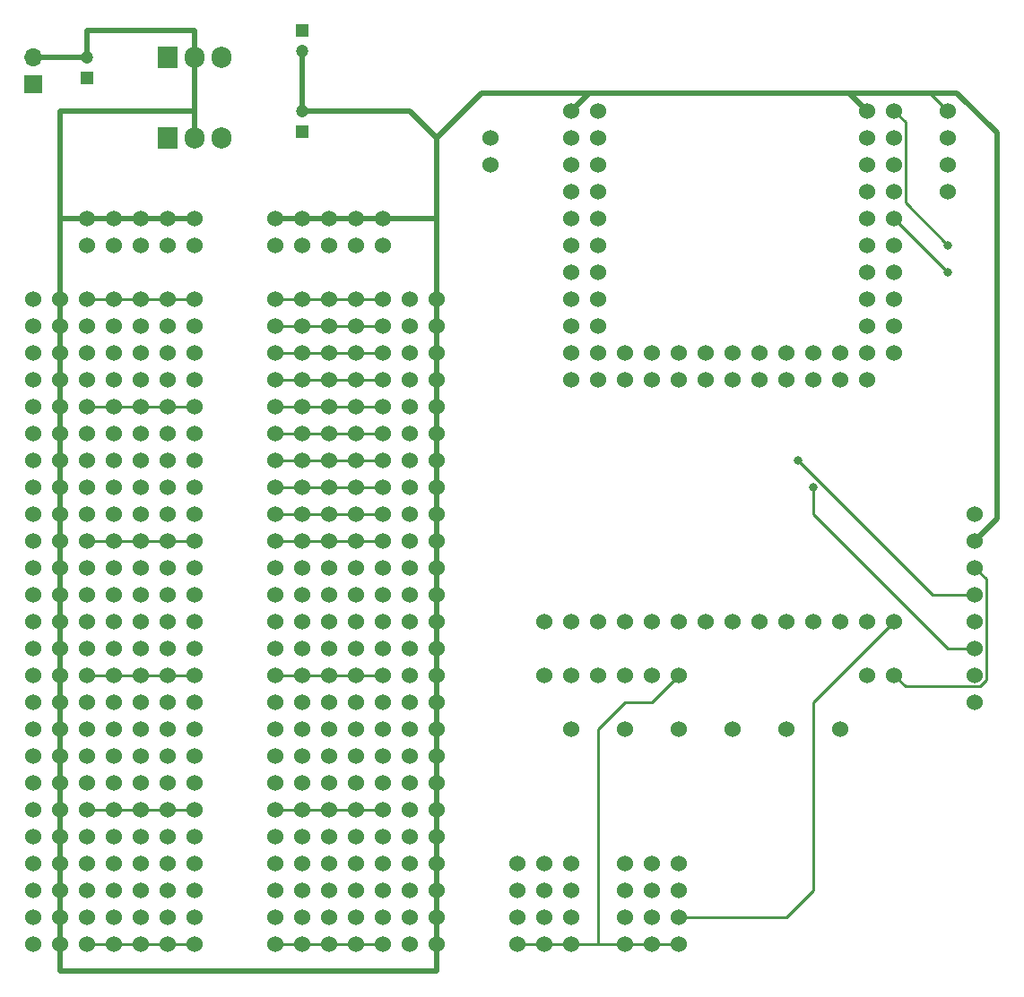
<source format=gbr>
%TF.GenerationSoftware,KiCad,Pcbnew,7.0.10*%
%TF.CreationDate,2024-01-16T02:40:29-05:00*%
%TF.ProjectId,esp32-wroom-adapter,65737033-322d-4777-926f-6f6d2d616461,v1.10*%
%TF.SameCoordinates,Original*%
%TF.FileFunction,Copper,L2,Bot*%
%TF.FilePolarity,Positive*%
%FSLAX46Y46*%
G04 Gerber Fmt 4.6, Leading zero omitted, Abs format (unit mm)*
G04 Created by KiCad (PCBNEW 7.0.10) date 2024-01-16 02:40:29*
%MOMM*%
%LPD*%
G01*
G04 APERTURE LIST*
%TA.AperFunction,ComponentPad*%
%ADD10C,1.524000*%
%TD*%
%TA.AperFunction,ComponentPad*%
%ADD11R,1.905000X2.000000*%
%TD*%
%TA.AperFunction,ComponentPad*%
%ADD12O,1.905000X2.000000*%
%TD*%
%TA.AperFunction,ComponentPad*%
%ADD13R,1.200000X1.200000*%
%TD*%
%TA.AperFunction,ComponentPad*%
%ADD14C,1.200000*%
%TD*%
%TA.AperFunction,ComponentPad*%
%ADD15R,1.700000X1.700000*%
%TD*%
%TA.AperFunction,ComponentPad*%
%ADD16O,1.700000X1.700000*%
%TD*%
%TA.AperFunction,ViaPad*%
%ADD17C,0.800000*%
%TD*%
%TA.AperFunction,Conductor*%
%ADD18C,0.250000*%
%TD*%
%TA.AperFunction,Conductor*%
%ADD19C,0.500000*%
%TD*%
G04 APERTURE END LIST*
D10*
%TO.P,J2,GND,GND*%
%TO.N,GND*%
X190500000Y-124460000D03*
X193040000Y-124460000D03*
X195580000Y-124460000D03*
%TO.P,J2,SCL,SCL*%
%TO.N,Net-(J5-IO22)*%
X190500000Y-132080000D03*
X193040000Y-132080000D03*
X195580000Y-132080000D03*
%TO.P,J2,SDA,SDA*%
%TO.N,Net-(J5-IO21)*%
X190500000Y-129540000D03*
X193040000Y-129540000D03*
X195580000Y-129540000D03*
%TO.P,J2,Vcc,VCC*%
%TO.N,+3V3*%
X190500000Y-127000000D03*
X193040000Y-127000000D03*
X195580000Y-127000000D03*
%TD*%
%TO.P,BRD_25x1,*%
%TO.N,*%
X139700000Y-73660000D03*
X139700000Y-76200000D03*
X139700000Y-78740000D03*
X139700000Y-83820000D03*
X139700000Y-86360000D03*
X139700000Y-88900000D03*
X139700000Y-91440000D03*
X139700000Y-96520000D03*
X139700000Y-99060000D03*
X139700000Y-101600000D03*
X139700000Y-104140000D03*
X139700000Y-109220000D03*
X139700000Y-111760000D03*
X139700000Y-114300000D03*
X139700000Y-116840000D03*
X139700000Y-121920000D03*
X139700000Y-124460000D03*
X139700000Y-127000000D03*
X139700000Y-129540000D03*
X142240000Y-73660000D03*
X142240000Y-76200000D03*
X142240000Y-78740000D03*
X142240000Y-83820000D03*
X142240000Y-86360000D03*
X142240000Y-88900000D03*
X142240000Y-91440000D03*
X142240000Y-96520000D03*
X142240000Y-99060000D03*
X142240000Y-101600000D03*
X142240000Y-104140000D03*
X142240000Y-109220000D03*
X142240000Y-111760000D03*
X142240000Y-114300000D03*
X142240000Y-116840000D03*
X142240000Y-121920000D03*
X142240000Y-124460000D03*
X142240000Y-127000000D03*
X142240000Y-129540000D03*
X144780000Y-73660000D03*
X144780000Y-76200000D03*
X144780000Y-78740000D03*
X144780000Y-83820000D03*
X144780000Y-86360000D03*
X144780000Y-88900000D03*
X144780000Y-91440000D03*
X144780000Y-96520000D03*
X144780000Y-99060000D03*
X144780000Y-101600000D03*
X144780000Y-104140000D03*
X144780000Y-109220000D03*
X144780000Y-111760000D03*
X144780000Y-114300000D03*
X144780000Y-116840000D03*
X144780000Y-121920000D03*
X144780000Y-124460000D03*
X144780000Y-127000000D03*
X144780000Y-129540000D03*
X147320000Y-73660000D03*
X147320000Y-76200000D03*
X147320000Y-78740000D03*
X147320000Y-83820000D03*
X147320000Y-86360000D03*
X147320000Y-88900000D03*
X147320000Y-91440000D03*
X147320000Y-96520000D03*
X147320000Y-99060000D03*
X147320000Y-101600000D03*
X147320000Y-104140000D03*
X147320000Y-109220000D03*
X147320000Y-111760000D03*
X147320000Y-114300000D03*
X147320000Y-116840000D03*
X147320000Y-121920000D03*
X147320000Y-124460000D03*
X147320000Y-127000000D03*
X147320000Y-129540000D03*
X149860000Y-73660000D03*
X149860000Y-76200000D03*
X149860000Y-78740000D03*
X149860000Y-83820000D03*
X149860000Y-86360000D03*
X149860000Y-88900000D03*
X149860000Y-91440000D03*
X149860000Y-96520000D03*
X149860000Y-99060000D03*
X149860000Y-101600000D03*
X149860000Y-104140000D03*
X149860000Y-109220000D03*
X149860000Y-111760000D03*
X149860000Y-114300000D03*
X149860000Y-116840000D03*
X149860000Y-121920000D03*
X149860000Y-124460000D03*
X149860000Y-127000000D03*
X149860000Y-129540000D03*
X157480000Y-96520000D03*
X157480000Y-99060000D03*
X157480000Y-101600000D03*
X157480000Y-104140000D03*
X157480000Y-109220000D03*
X157480000Y-111760000D03*
X157480000Y-114300000D03*
X157480000Y-116840000D03*
X157480000Y-121920000D03*
X157480000Y-124460000D03*
X157480000Y-127000000D03*
X157480000Y-129540000D03*
X160020000Y-96520000D03*
X160020000Y-99060000D03*
X160020000Y-101600000D03*
X160020000Y-104140000D03*
X160020000Y-109220000D03*
X160020000Y-111760000D03*
X160020000Y-114300000D03*
X160020000Y-116840000D03*
X160020000Y-121920000D03*
X160020000Y-124460000D03*
X160020000Y-127000000D03*
X160020000Y-129540000D03*
X162560000Y-96520000D03*
X162560000Y-99060000D03*
X162560000Y-101600000D03*
X162560000Y-104140000D03*
X162560000Y-109220000D03*
X162560000Y-111760000D03*
X162560000Y-114300000D03*
X162560000Y-116840000D03*
X162560000Y-121920000D03*
X162560000Y-124460000D03*
X162560000Y-127000000D03*
X162560000Y-129540000D03*
X165100000Y-96520000D03*
X165100000Y-99060000D03*
X165100000Y-101600000D03*
X165100000Y-104140000D03*
X165100000Y-109220000D03*
X165100000Y-111760000D03*
X165100000Y-114300000D03*
X165100000Y-116840000D03*
X165100000Y-121920000D03*
X165100000Y-124460000D03*
X165100000Y-127000000D03*
X165100000Y-129540000D03*
X167640000Y-96520000D03*
X167640000Y-99060000D03*
X167640000Y-101600000D03*
X167640000Y-104140000D03*
X167640000Y-109220000D03*
X167640000Y-111760000D03*
X167640000Y-114300000D03*
X167640000Y-116840000D03*
X167640000Y-121920000D03*
X167640000Y-124460000D03*
X167640000Y-127000000D03*
X167640000Y-129540000D03*
%TO.P,BRD_25x1,1,P*%
%TO.N,unconnected-(BRD_25x1-P-Pad1)*%
X157480000Y-71120000D03*
X160020000Y-71120000D03*
X162560000Y-71120000D03*
X165100000Y-71120000D03*
X167640000Y-71120000D03*
%TO.P,BRD_25x1,2,P*%
%TO.N,unconnected-(BRD_25x1-P-Pad2)*%
X157480000Y-73660000D03*
X160020000Y-73660000D03*
X162560000Y-73660000D03*
X165100000Y-73660000D03*
X167640000Y-73660000D03*
%TO.P,BRD_25x1,3,P*%
%TO.N,unconnected-(BRD_25x1-P-Pad3)*%
X157480000Y-76200000D03*
X160020000Y-76200000D03*
X162560000Y-76200000D03*
X165100000Y-76200000D03*
X167640000Y-76200000D03*
%TO.P,BRD_25x1,3V3,3V3*%
%TO.N,+3V3*%
X157480000Y-66040000D03*
X160020000Y-66040000D03*
X162560000Y-66040000D03*
X165100000Y-66040000D03*
X167640000Y-66040000D03*
%TO.P,BRD_25x1,4,P*%
%TO.N,unconnected-(BRD_25x1-P-Pad4)*%
X157480000Y-78740000D03*
X160020000Y-78740000D03*
X162560000Y-78740000D03*
X165100000Y-78740000D03*
X167640000Y-78740000D03*
%TO.P,BRD_25x1,5,P*%
%TO.N,unconnected-(BRD_25x1-P-Pad5)*%
X157480000Y-81280000D03*
X160020000Y-81280000D03*
X162560000Y-81280000D03*
X165100000Y-81280000D03*
X167640000Y-81280000D03*
%TO.P,BRD_25x1,5V,5V*%
%TO.N,+5V*%
X139700000Y-66040000D03*
X142240000Y-66040000D03*
X144780000Y-66040000D03*
X147320000Y-66040000D03*
X149860000Y-66040000D03*
%TO.P,BRD_25x1,6,P*%
%TO.N,unconnected-(BRD_25x1-P-Pad6)*%
X157480000Y-83820000D03*
X160020000Y-83820000D03*
X162560000Y-83820000D03*
X165100000Y-83820000D03*
X167640000Y-83820000D03*
%TO.P,BRD_25x1,7,P*%
%TO.N,unconnected-(BRD_25x1-P-Pad7)*%
X157480000Y-86360000D03*
X160020000Y-86360000D03*
X162560000Y-86360000D03*
X165100000Y-86360000D03*
X167640000Y-86360000D03*
%TO.P,BRD_25x1,8,P*%
%TO.N,unconnected-(BRD_25x1-P-Pad8)*%
X157480000Y-88900000D03*
X160020000Y-88900000D03*
X162560000Y-88900000D03*
X165100000Y-88900000D03*
X167640000Y-88900000D03*
%TO.P,BRD_25x1,9,P*%
%TO.N,unconnected-(BRD_25x1-P-Pad9)*%
X157480000Y-91440000D03*
X160020000Y-91440000D03*
X162560000Y-91440000D03*
X165100000Y-91440000D03*
X167640000Y-91440000D03*
%TO.P,BRD_25x1,10,P*%
%TO.N,unconnected-(BRD_25x1-P-Pad10)*%
X157480000Y-93980000D03*
X160020000Y-93980000D03*
X162560000Y-93980000D03*
X165100000Y-93980000D03*
X167640000Y-93980000D03*
%TO.P,BRD_25x1,15,P*%
%TO.N,unconnected-(BRD_25x1-P-Pad15)*%
X157480000Y-106680000D03*
X160020000Y-106680000D03*
X162560000Y-106680000D03*
X165100000Y-106680000D03*
X167640000Y-106680000D03*
%TO.P,BRD_25x1,20,P*%
%TO.N,unconnected-(BRD_25x1-P-Pad20)*%
X157480000Y-119380000D03*
X160020000Y-119380000D03*
X162560000Y-119380000D03*
X165100000Y-119380000D03*
X167640000Y-119380000D03*
%TO.P,BRD_25x1,25,P*%
%TO.N,unconnected-(BRD_25x1-P-Pad25)*%
X157480000Y-132080000D03*
X160020000Y-132080000D03*
X162560000Y-132080000D03*
X165100000Y-132080000D03*
X167640000Y-132080000D03*
%TO.P,BRD_25x1,26,P*%
%TO.N,unconnected-(BRD_25x1-P-Pad26)*%
X139700000Y-71120000D03*
X142240000Y-71120000D03*
X144780000Y-71120000D03*
X147320000Y-71120000D03*
X149860000Y-71120000D03*
%TO.P,BRD_25x1,30,P*%
%TO.N,unconnected-(BRD_25x1-P-Pad30)*%
X139700000Y-81280000D03*
X142240000Y-81280000D03*
X144780000Y-81280000D03*
X147320000Y-81280000D03*
X149860000Y-81280000D03*
%TO.P,BRD_25x1,35,P*%
%TO.N,unconnected-(BRD_25x1-P-Pad35)*%
X139700000Y-93980000D03*
X142240000Y-93980000D03*
X144780000Y-93980000D03*
X147320000Y-93980000D03*
X149860000Y-93980000D03*
%TO.P,BRD_25x1,40,P*%
%TO.N,unconnected-(BRD_25x1-P-Pad40)*%
X139700000Y-106680000D03*
X142240000Y-106680000D03*
X144780000Y-106680000D03*
X147320000Y-106680000D03*
X149860000Y-106680000D03*
%TO.P,BRD_25x1,45,P*%
%TO.N,unconnected-(BRD_25x1-P-Pad45)*%
X139700000Y-119380000D03*
X142240000Y-119380000D03*
X144780000Y-119380000D03*
X147320000Y-119380000D03*
X149860000Y-119380000D03*
%TO.P,BRD_25x1,50,P*%
%TO.N,unconnected-(BRD_25x1-P-Pad50)*%
X139700000Y-132080000D03*
X142240000Y-132080000D03*
X144780000Y-132080000D03*
X147320000Y-132080000D03*
X149860000Y-132080000D03*
%TO.P,BRD_25x1,GND,GND*%
%TO.N,GND*%
X137160000Y-71120000D03*
X137160000Y-73660000D03*
X137160000Y-76200000D03*
X137160000Y-78740000D03*
X137160000Y-81280000D03*
X137160000Y-83820000D03*
X137160000Y-86360000D03*
X137160000Y-88900000D03*
X137160000Y-91440000D03*
X137160000Y-93980000D03*
X137160000Y-96520000D03*
X137160000Y-99060000D03*
X137160000Y-101600000D03*
X137160000Y-104140000D03*
X137160000Y-106680000D03*
X137160000Y-109220000D03*
X137160000Y-111760000D03*
X137160000Y-114300000D03*
X137160000Y-116840000D03*
X137160000Y-119380000D03*
X137160000Y-121920000D03*
X137160000Y-124460000D03*
X137160000Y-127000000D03*
X137160000Y-129540000D03*
X137160000Y-132080000D03*
X139700000Y-63500000D03*
X142240000Y-63500000D03*
X144780000Y-63500000D03*
X147320000Y-63500000D03*
X149860000Y-63500000D03*
X157480000Y-63500000D03*
X160020000Y-63500000D03*
X162560000Y-63500000D03*
X165100000Y-63500000D03*
X167640000Y-63500000D03*
X172720000Y-71120000D03*
X172720000Y-73660000D03*
X172720000Y-76200000D03*
X172720000Y-78740000D03*
X172720000Y-81280000D03*
X172720000Y-83820000D03*
X172720000Y-86360000D03*
X172720000Y-88900000D03*
X172720000Y-91440000D03*
X172720000Y-93980000D03*
X172720000Y-96520000D03*
X172720000Y-99060000D03*
X172720000Y-101600000D03*
X172720000Y-104140000D03*
X172720000Y-106680000D03*
X172720000Y-109220000D03*
X172720000Y-111760000D03*
X172720000Y-114300000D03*
X172720000Y-116840000D03*
X172720000Y-119380000D03*
X172720000Y-121920000D03*
X172720000Y-124460000D03*
X172720000Y-127000000D03*
X172720000Y-129540000D03*
X172720000Y-132080000D03*
%TO.P,BRD_25x1,VCC,Vcc*%
%TO.N,unconnected-(BRD_25x1-Vcc-PadVCC)*%
X134620000Y-71120000D03*
X134620000Y-73660000D03*
X134620000Y-76200000D03*
X134620000Y-78740000D03*
X134620000Y-81280000D03*
X134620000Y-83820000D03*
X134620000Y-86360000D03*
X134620000Y-88900000D03*
X134620000Y-91440000D03*
X134620000Y-93980000D03*
X134620000Y-96520000D03*
X134620000Y-99060000D03*
X134620000Y-101600000D03*
X134620000Y-104140000D03*
X134620000Y-106680000D03*
X134620000Y-109220000D03*
X134620000Y-111760000D03*
X134620000Y-114300000D03*
X134620000Y-116840000D03*
X134620000Y-119380000D03*
X134620000Y-121920000D03*
X134620000Y-124460000D03*
X134620000Y-127000000D03*
X134620000Y-129540000D03*
X134620000Y-132080000D03*
X170180000Y-71120000D03*
X170180000Y-73660000D03*
X170180000Y-76200000D03*
X170180000Y-78740000D03*
X170180000Y-81280000D03*
X170180000Y-83820000D03*
X170180000Y-86360000D03*
X170180000Y-88900000D03*
X170180000Y-91440000D03*
X170180000Y-93980000D03*
X170180000Y-96520000D03*
X170180000Y-99060000D03*
X170180000Y-101600000D03*
X170180000Y-104140000D03*
X170180000Y-106680000D03*
X170180000Y-109220000D03*
X170180000Y-111760000D03*
X170180000Y-114300000D03*
X170180000Y-116840000D03*
X170180000Y-119380000D03*
X170180000Y-121920000D03*
X170180000Y-124460000D03*
X170180000Y-127000000D03*
X170180000Y-129540000D03*
X170180000Y-132080000D03*
%TD*%
D11*
%TO.P,U2,1,VI*%
%TO.N,Net-(J1-Pin_1)*%
X147320000Y-55880000D03*
D12*
%TO.P,U2,2,GND*%
%TO.N,GND*%
X149860000Y-55880000D03*
%TO.P,U2,3,VO*%
%TO.N,+5V*%
X152400000Y-55880000D03*
%TD*%
D10*
%TO.P,J3,GND,GND*%
%TO.N,GND*%
X180340000Y-124460000D03*
X182880000Y-124460000D03*
X185420000Y-124460000D03*
%TO.P,J3,SCL,SCL*%
%TO.N,Net-(J5-IO22)*%
X180340000Y-132080000D03*
X182880000Y-132080000D03*
X185420000Y-132080000D03*
%TO.P,J3,SDA,SDA*%
%TO.N,Net-(J5-IO21)*%
X180340000Y-129540000D03*
X182880000Y-129540000D03*
X185420000Y-129540000D03*
%TO.P,J3,Vcc,VCC*%
%TO.N,+3V3*%
X180340000Y-127000000D03*
X182880000Y-127000000D03*
X185420000Y-127000000D03*
%TD*%
%TO.P,J4,BUSY,BUSY*%
%TO.N,Net-(J5-IO4)*%
X223520000Y-109220000D03*
%TO.P,J4,CLK,CLK*%
%TO.N,Net-(J5-IO18)*%
X223520000Y-99060000D03*
%TO.P,J4,CS,CS*%
%TO.N,Net-(J5-IO5)*%
X223520000Y-101600000D03*
%TO.P,J4,DC,DC*%
%TO.N,Net-(J5-IO17)*%
X223520000Y-104140000D03*
%TO.P,J4,DIN,DIN*%
%TO.N,Net-(J5-IO23)*%
X223520000Y-96520000D03*
%TO.P,J4,GND,GND*%
%TO.N,GND*%
X223520000Y-93980000D03*
%TO.P,J4,RST,RST*%
%TO.N,Net-(J5-IO16)*%
X223520000Y-106680000D03*
%TO.P,J4,Vcc,Vcc*%
%TO.N,+3V3*%
X223520000Y-91440000D03*
%TD*%
%TO.P,J6,3V3,3V3*%
%TO.N,+3V3*%
X220980000Y-55880000D03*
%TO.P,J6,GND,GND*%
%TO.N,GND*%
X220980000Y-53340000D03*
%TO.P,J6,RXD,RXD*%
%TO.N,Net-(U1-RXD0{slash}IO3)*%
X220980000Y-60960000D03*
%TO.P,J6,TXD,TXD*%
%TO.N,Net-(U1-TXD0{slash}IO1)*%
X220980000Y-58420000D03*
%TD*%
D11*
%TO.P,U3,1,VI*%
%TO.N,Net-(J1-Pin_1)*%
X147320000Y-48260000D03*
D12*
%TO.P,U3,2,GND*%
%TO.N,GND*%
X149860000Y-48260000D03*
%TO.P,U3,3,VO*%
%TO.N,+3V3*%
X152400000Y-48260000D03*
%TD*%
D13*
%TO.P,C3,1*%
%TO.N,Net-(J1-Pin_1)*%
X139700000Y-50260000D03*
D14*
%TO.P,C3,2*%
%TO.N,GND*%
X139700000Y-48260000D03*
%TD*%
D13*
%TO.P,C2,1*%
%TO.N,+5V*%
X160020000Y-55340000D03*
D14*
%TO.P,C2,2*%
%TO.N,GND*%
X160020000Y-53340000D03*
%TD*%
D10*
%TO.P,J5,6,IO34*%
%TO.N,Net-(J5-IO34)*%
X195580000Y-101600000D03*
%TO.P,J5,7,IO35*%
%TO.N,Net-(J5-IO35)*%
X182880000Y-106680000D03*
%TO.P,J5,8,IO32*%
%TO.N,Net-(J5-IO32)*%
X193040000Y-101600000D03*
%TO.P,J5,9,IO33*%
%TO.N,Net-(J5-IO33)*%
X185420000Y-101600000D03*
%TO.P,J5,10,IO25*%
%TO.N,Net-(J5-IO25)*%
X190500000Y-106680000D03*
%TO.P,J5,11,IO26*%
%TO.N,Net-(J5-IO26)*%
X182880000Y-101600000D03*
%TO.P,J5,12,IO27*%
%TO.N,Net-(J5-IO27)*%
X190500000Y-101600000D03*
%TO.P,J5,13,IO14*%
%TO.N,Net-(J5-IO14)*%
X185420000Y-106680000D03*
%TO.P,J5,14,IO12*%
%TO.N,Net-(J5-IO12)*%
X187960000Y-101600000D03*
%TO.P,J5,16,IO13*%
%TO.N,Net-(J5-IO13)*%
X187960000Y-106680000D03*
%TO.P,J5,17,SD2*%
%TO.N,Net-(J5-SD2)*%
X195580000Y-111760000D03*
%TO.P,J5,18,SD3*%
%TO.N,Net-(J5-SD3)*%
X200660000Y-111760000D03*
%TO.P,J5,19,CMD*%
%TO.N,Net-(J5-CMD)*%
X205740000Y-111760000D03*
%TO.P,J5,20,CLK*%
%TO.N,Net-(J5-CLK)*%
X210820000Y-111760000D03*
%TO.P,J5,21,SD0*%
%TO.N,Net-(J5-SD0)*%
X185420000Y-111760000D03*
%TO.P,J5,22,SD1*%
%TO.N,Net-(J5-SD1)*%
X190500000Y-111760000D03*
%TO.P,J5,23,IO15*%
%TO.N,Net-(J5-IO15)*%
X193040000Y-106680000D03*
%TO.P,J5,24,IO2*%
%TO.N,Net-(J5-IO2)*%
X213360000Y-106680000D03*
%TO.P,J5,25,IO0*%
%TO.N,Net-(J5-IO0)*%
X210820000Y-101600000D03*
%TO.P,J5,26,IO4*%
%TO.N,Net-(J5-IO4)*%
X203200000Y-101600000D03*
%TO.P,J5,27,IO16*%
%TO.N,Net-(J5-IO16)*%
X208280000Y-101600000D03*
%TO.P,J5,28,IO17*%
%TO.N,Net-(J5-IO17)*%
X200660000Y-101600000D03*
%TO.P,J5,29,IO5*%
%TO.N,Net-(J5-IO5)*%
X205740000Y-101600000D03*
%TO.P,J5,30,IO18*%
%TO.N,Net-(J5-IO18)*%
X198120000Y-101600000D03*
%TO.P,J5,31,IO19*%
%TO.N,Net-(J5-IO19)*%
X213360000Y-101600000D03*
%TO.P,J5,33,IO21*%
%TO.N,Net-(J5-IO21)*%
X215900000Y-101600000D03*
%TO.P,J5,36,IO22*%
%TO.N,Net-(J5-IO22)*%
X195580000Y-106680000D03*
%TO.P,J5,37,IO23*%
%TO.N,Net-(J5-IO23)*%
X215900000Y-106680000D03*
%TD*%
D15*
%TO.P,J1,1,Pin_1*%
%TO.N,Net-(J1-Pin_1)*%
X134620000Y-50800000D03*
D16*
%TO.P,J1,2,Pin_2*%
%TO.N,GND*%
X134620000Y-48260000D03*
%TD*%
D13*
%TO.P,C1,1*%
%TO.N,+3V3*%
X160020000Y-45720000D03*
D14*
%TO.P,C1,2*%
%TO.N,GND*%
X160020000Y-47720000D03*
%TD*%
D10*
%TO.P,J7,4,SENSOR_VP*%
%TO.N,Net-(J7-SENSOR_VP)*%
X177800000Y-55880000D03*
%TO.P,J7,5,SENSOR_VN*%
%TO.N,Net-(J7-SENSOR_VN)*%
X177800000Y-58420000D03*
%TD*%
%TO.P,U1,*%
%TO.N,*%
X185420000Y-71120000D03*
X185420000Y-73660000D03*
X185420000Y-76200000D03*
X185420000Y-78740000D03*
X187960000Y-71120000D03*
X187960000Y-73660000D03*
X187960000Y-76200000D03*
X187960000Y-78740000D03*
X190500000Y-76200000D03*
X193040000Y-76200000D03*
X195580000Y-76200000D03*
X198120000Y-76200000D03*
X200660000Y-76200000D03*
X203200000Y-76200000D03*
X205740000Y-76200000D03*
X208280000Y-76200000D03*
X210820000Y-76200000D03*
X213360000Y-71120000D03*
X213360000Y-73660000D03*
X213360000Y-76200000D03*
X213360000Y-78740000D03*
X215900000Y-71120000D03*
X215900000Y-73660000D03*
X215900000Y-76200000D03*
%TO.P,U1,1,GND*%
%TO.N,GND*%
X185420000Y-53340000D03*
%TO.P,U1,2,VDD*%
%TO.N,+3V3*%
X187960000Y-53340000D03*
%TO.P,U1,3,EN*%
%TO.N,Net-(J5-EN)*%
X185420000Y-55880000D03*
%TO.P,U1,4,SENSOR_VP*%
%TO.N,Net-(J7-SENSOR_VP)*%
X187960000Y-55880000D03*
%TO.P,U1,5,SENSOR_VN*%
%TO.N,Net-(J7-SENSOR_VN)*%
X185420000Y-58420000D03*
%TO.P,U1,6,IO34*%
%TO.N,Net-(J5-IO34)*%
X187960000Y-58420000D03*
%TO.P,U1,7,IO35*%
%TO.N,Net-(J5-IO35)*%
X185420000Y-60960000D03*
%TO.P,U1,8,IO32*%
%TO.N,Net-(J5-IO32)*%
X187960000Y-60960000D03*
%TO.P,U1,9,IO33*%
%TO.N,Net-(J5-IO33)*%
X185420000Y-63500000D03*
%TO.P,U1,10,IO25*%
%TO.N,Net-(J5-IO25)*%
X187960000Y-63500000D03*
%TO.P,U1,11,IO26*%
%TO.N,Net-(J5-IO26)*%
X185420000Y-66040000D03*
%TO.P,U1,12,IO27*%
%TO.N,Net-(J5-IO27)*%
X187960000Y-66040000D03*
%TO.P,U1,13,IO14*%
%TO.N,Net-(J5-IO14)*%
X185420000Y-68580000D03*
%TO.P,U1,14,IO12*%
%TO.N,Net-(J5-IO12)*%
X187960000Y-68580000D03*
%TO.P,U1,25,IO0*%
%TO.N,Net-(J5-IO0)*%
X215900000Y-68580000D03*
%TO.P,U1,26,IO4*%
%TO.N,Net-(J5-IO4)*%
X213360000Y-68580000D03*
%TO.P,U1,27,IO16*%
%TO.N,Net-(J5-IO16)*%
X215900000Y-66040000D03*
%TO.P,U1,28,IO17*%
%TO.N,Net-(J5-IO17)*%
X213360000Y-66040000D03*
%TO.P,U1,29,IO5*%
%TO.N,Net-(J5-IO5)*%
X215900000Y-63500000D03*
%TO.P,U1,30,IO18*%
%TO.N,Net-(J5-IO18)*%
X213360000Y-63500000D03*
%TO.P,U1,31,IO19*%
%TO.N,Net-(J5-IO19)*%
X215900000Y-60960000D03*
%TO.P,U1,32,NC*%
%TO.N,unconnected-(U1-NC-Pad32)*%
X213360000Y-60960000D03*
%TO.P,U1,33,IO21*%
%TO.N,Net-(J5-IO21)*%
X215900000Y-58420000D03*
%TO.P,U1,34,RXD0/IO3*%
%TO.N,Net-(U1-RXD0{slash}IO3)*%
X213360000Y-58420000D03*
%TO.P,U1,35,TXD0/IO1*%
%TO.N,Net-(U1-TXD0{slash}IO1)*%
X215900000Y-55880000D03*
%TO.P,U1,36,IO22*%
%TO.N,Net-(J5-IO22)*%
X213360000Y-55880000D03*
%TO.P,U1,37,IO23*%
%TO.N,Net-(J5-IO23)*%
X215900000Y-53340000D03*
%TO.P,U1,38,GND*%
%TO.N,GND*%
X213360000Y-53340000D03*
%TO.P,U1,41*%
%TO.N,N/C*%
X190500000Y-78740000D03*
X193040000Y-78740000D03*
X195580000Y-78740000D03*
X198120000Y-78740000D03*
X200660000Y-78740000D03*
X203200000Y-78740000D03*
X205740000Y-78740000D03*
X208280000Y-78740000D03*
X210820000Y-78740000D03*
%TD*%
D17*
%TO.N,Net-(J5-IO18)*%
X206827000Y-86360000D03*
%TO.N,Net-(J5-IO5)*%
X220980000Y-68580000D03*
%TO.N,Net-(J5-IO17)*%
X208280000Y-88900000D03*
%TO.N,Net-(J5-IO23)*%
X220980000Y-66040000D03*
%TD*%
D18*
%TO.N,Net-(J5-IO22)*%
X187960000Y-111760000D02*
X187960000Y-132080000D01*
X193040000Y-109220000D02*
X190500000Y-109220000D01*
X195580000Y-106680000D02*
X193040000Y-109220000D01*
X180340000Y-132080000D02*
X187960000Y-132080000D01*
X190500000Y-109220000D02*
X187960000Y-111760000D01*
X187960000Y-132080000D02*
X195580000Y-132080000D01*
%TO.N,Net-(J5-IO21)*%
X215900000Y-101600000D02*
X208280000Y-109220000D01*
X205740000Y-129540000D02*
X195580000Y-129540000D01*
X208280000Y-109220000D02*
X208280000Y-127000000D01*
X208280000Y-127000000D02*
X205740000Y-129540000D01*
%TO.N,Net-(J5-IO18)*%
X219527000Y-99060000D02*
X223520000Y-99060000D01*
X206827000Y-86360000D02*
X219527000Y-99060000D01*
%TO.N,Net-(J5-IO5)*%
X220980000Y-68580000D02*
X215900000Y-63500000D01*
%TO.N,Net-(J5-IO17)*%
X208280000Y-91440000D02*
X220980000Y-104140000D01*
X208280000Y-88900000D02*
X208280000Y-91440000D01*
X220980000Y-104140000D02*
X223520000Y-104140000D01*
%TO.N,Net-(J5-IO23)*%
X215900000Y-106680000D02*
X216987000Y-107767000D01*
X220980000Y-66040000D02*
X216987000Y-62047000D01*
X216987000Y-62047000D02*
X216987000Y-54427000D01*
X223970251Y-107767000D02*
X224607000Y-107130251D01*
X216987000Y-54427000D02*
X215900000Y-53340000D01*
X216987000Y-107767000D02*
X223970251Y-107767000D01*
X224607000Y-97607000D02*
X223520000Y-96520000D01*
X224607000Y-107130251D02*
X224607000Y-97607000D01*
D19*
%TO.N,GND*%
X160020000Y-53340000D02*
X160020000Y-47720000D01*
X137160000Y-66040000D02*
X137160000Y-71120000D01*
X213360000Y-53340000D02*
X211680000Y-51660000D01*
X149860000Y-63500000D02*
X139700000Y-63500000D01*
X176940000Y-51660000D02*
X187100000Y-51660000D01*
X139700000Y-48260000D02*
X139700000Y-45720000D01*
X149860000Y-53340000D02*
X137160000Y-53340000D01*
X185420000Y-53340000D02*
X187100000Y-51660000D01*
X172720000Y-55880000D02*
X176940000Y-51660000D01*
D18*
X219300000Y-51660000D02*
X218440000Y-51660000D01*
D19*
X137160000Y-53340000D02*
X137160000Y-63500000D01*
X149860000Y-45720000D02*
X149860000Y-48260000D01*
X149860000Y-48260000D02*
X149860000Y-55880000D01*
X218440000Y-51660000D02*
X221840000Y-51660000D01*
X170180000Y-53340000D02*
X172720000Y-55880000D01*
X137160000Y-132080000D02*
X137160000Y-134620000D01*
X172720000Y-63500000D02*
X157480000Y-63500000D01*
X221840000Y-51660000D02*
X225610000Y-55430000D01*
X172720000Y-134620000D02*
X172720000Y-132080000D01*
X225610000Y-55430000D02*
X225610000Y-91890000D01*
X139700000Y-63500000D02*
X137160000Y-63500000D01*
X172720000Y-71120000D02*
X172720000Y-66040000D01*
X149860000Y-50800000D02*
X149860000Y-48260000D01*
X160020000Y-53340000D02*
X170180000Y-53340000D01*
X149860000Y-48260000D02*
X149860000Y-53340000D01*
X172720000Y-55880000D02*
X172720000Y-71120000D01*
D18*
X220980000Y-53340000D02*
X219300000Y-51660000D01*
D19*
X134620000Y-48260000D02*
X139700000Y-48260000D01*
X172720000Y-132080000D02*
X172720000Y-71120000D01*
X172720000Y-63500000D02*
X172720000Y-55880000D01*
X225610000Y-91890000D02*
X223520000Y-93980000D01*
D18*
X211680000Y-51660000D02*
X210820000Y-51660000D01*
D19*
X139700000Y-45720000D02*
X149860000Y-45720000D01*
X137160000Y-134620000D02*
X172720000Y-134620000D01*
X187100000Y-51660000D02*
X210820000Y-51660000D01*
X137160000Y-63500000D02*
X137160000Y-66040000D01*
X137160000Y-71120000D02*
X137160000Y-132080000D01*
X210820000Y-51660000D02*
X218440000Y-51660000D01*
X172720000Y-66040000D02*
X172720000Y-63500000D01*
D18*
%TO.N,unconnected-(BRD_25x1-P-Pad1)*%
X157480000Y-71120000D02*
X167640000Y-71120000D01*
%TO.N,unconnected-(BRD_25x1-P-Pad2)*%
X167640000Y-73660000D02*
X157480000Y-73660000D01*
%TO.N,unconnected-(BRD_25x1-P-Pad3)*%
X157480000Y-76200000D02*
X167640000Y-76200000D01*
%TO.N,unconnected-(BRD_25x1-P-Pad4)*%
X157480000Y-78740000D02*
X167640000Y-78740000D01*
%TO.N,unconnected-(BRD_25x1-P-Pad5)*%
X157480000Y-81280000D02*
X167640000Y-81280000D01*
%TO.N,unconnected-(BRD_25x1-P-Pad6)*%
X157480000Y-83820000D02*
X167640000Y-83820000D01*
%TO.N,unconnected-(BRD_25x1-P-Pad7)*%
X157480000Y-86360000D02*
X167640000Y-86360000D01*
%TO.N,unconnected-(BRD_25x1-P-Pad8)*%
X157480000Y-88900000D02*
X167640000Y-88900000D01*
%TO.N,unconnected-(BRD_25x1-P-Pad9)*%
X157480000Y-91440000D02*
X167640000Y-91440000D01*
%TO.N,unconnected-(BRD_25x1-P-Pad10)*%
X157480000Y-93980000D02*
X167640000Y-93980000D01*
%TO.N,unconnected-(BRD_25x1-P-Pad15)*%
X157480000Y-106680000D02*
X167640000Y-106680000D01*
%TO.N,unconnected-(BRD_25x1-P-Pad20)*%
X157480000Y-119380000D02*
X167640000Y-119380000D01*
%TO.N,unconnected-(BRD_25x1-P-Pad25)*%
X157480000Y-132080000D02*
X167640000Y-132080000D01*
%TO.N,unconnected-(BRD_25x1-P-Pad26)*%
X139700000Y-71120000D02*
X149860000Y-71120000D01*
%TO.N,unconnected-(BRD_25x1-P-Pad30)*%
X139700000Y-81280000D02*
X149860000Y-81280000D01*
%TO.N,unconnected-(BRD_25x1-P-Pad35)*%
X149860000Y-93980000D02*
X139700000Y-93980000D01*
%TO.N,unconnected-(BRD_25x1-P-Pad40)*%
X139700000Y-106680000D02*
X149860000Y-106680000D01*
%TO.N,unconnected-(BRD_25x1-P-Pad45)*%
X139700000Y-119380000D02*
X149860000Y-119380000D01*
%TO.N,unconnected-(BRD_25x1-P-Pad50)*%
X139700000Y-132080000D02*
X149860000Y-132080000D01*
%TD*%
M02*

</source>
